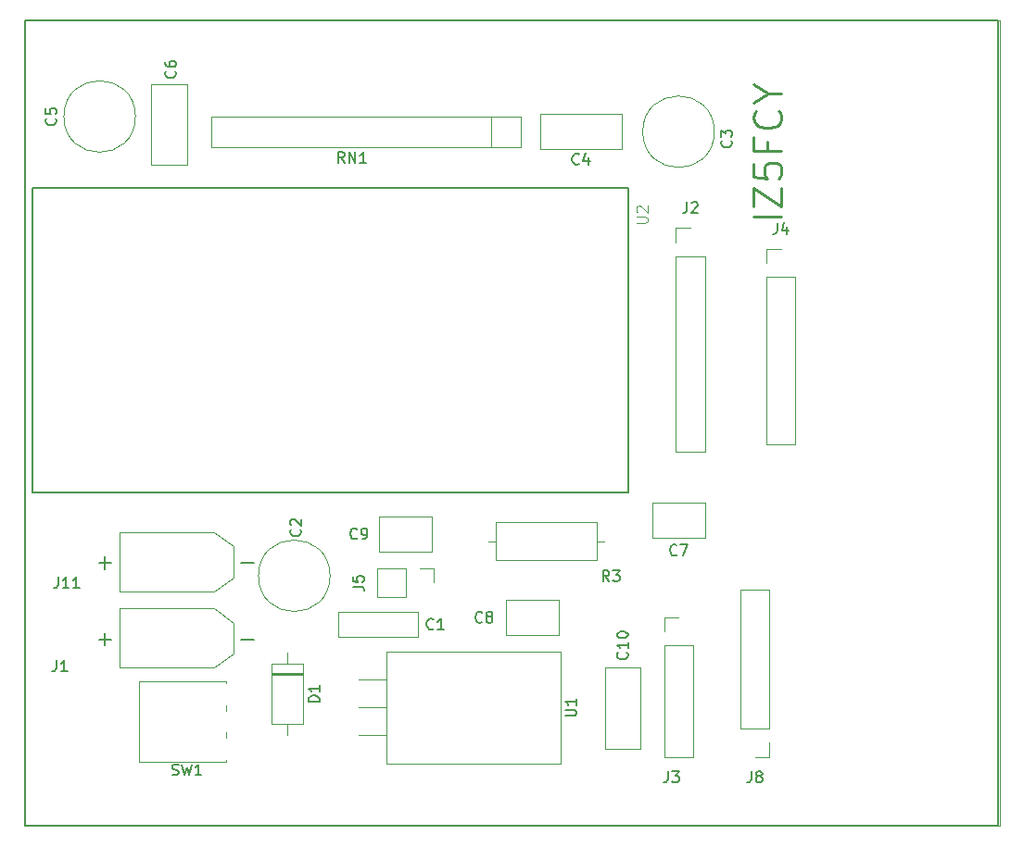
<source format=gbr>
%TF.GenerationSoftware,KiCad,Pcbnew,(6.0.5)*%
%TF.CreationDate,2022-11-22T17:26:58+01:00*%
%TF.ProjectId,VFOsys_FCY_2,56464f73-7973-45f4-9643-595f322e6b69,rev?*%
%TF.SameCoordinates,Original*%
%TF.FileFunction,Legend,Top*%
%TF.FilePolarity,Positive*%
%FSLAX45Y45*%
G04 Gerber Fmt 4.5, Leading zero omitted, Abs format (unit mm)*
G04 Created by KiCad (PCBNEW (6.0.5)) date 2022-11-22 17:26:58*
%MOMM*%
%LPD*%
G01*
G04 APERTURE LIST*
%ADD10C,0.150000*%
%TA.AperFunction,Profile*%
%ADD11C,0.100000*%
%TD*%
%ADD12C,0.254000*%
%ADD13C,0.050000*%
%ADD14C,0.120000*%
%ADD15C,0.127000*%
G04 APERTURE END LIST*
D10*
X19050000Y-13843000D02*
X10160000Y-13843000D01*
X19050000Y-6477000D02*
X19050000Y-13843000D01*
X10160000Y-13843000D02*
X10160000Y-6477000D01*
X10160000Y-6477000D02*
X19050000Y-6477000D01*
D11*
X10160000Y-13843000D02*
X10160000Y-6477000D01*
X19062700Y-6477000D02*
X19062700Y-13843000D01*
X10160000Y-6477000D02*
X19062700Y-6477000D01*
X19062700Y-13843000D02*
X10160000Y-13843000D01*
D12*
X17069405Y-8270119D02*
X16815405Y-8270119D01*
X16815405Y-8173357D02*
X16815405Y-8004024D01*
X17069405Y-8173357D01*
X17069405Y-8004024D01*
X16815405Y-7786309D02*
X16815405Y-7907262D01*
X16936357Y-7919357D01*
X16924262Y-7907262D01*
X16912167Y-7883071D01*
X16912167Y-7822595D01*
X16924262Y-7798405D01*
X16936357Y-7786309D01*
X16960548Y-7774214D01*
X17021024Y-7774214D01*
X17045214Y-7786309D01*
X17057310Y-7798405D01*
X17069405Y-7822595D01*
X17069405Y-7883071D01*
X17057310Y-7907262D01*
X17045214Y-7919357D01*
X16936357Y-7580690D02*
X16936357Y-7665357D01*
X17069405Y-7665357D02*
X16815405Y-7665357D01*
X16815405Y-7544405D01*
X17045214Y-7302500D02*
X17057310Y-7314595D01*
X17069405Y-7350881D01*
X17069405Y-7375071D01*
X17057310Y-7411357D01*
X17033119Y-7435548D01*
X17008929Y-7447643D01*
X16960548Y-7459738D01*
X16924262Y-7459738D01*
X16875881Y-7447643D01*
X16851690Y-7435548D01*
X16827500Y-7411357D01*
X16815405Y-7375071D01*
X16815405Y-7350881D01*
X16827500Y-7314595D01*
X16839595Y-7302500D01*
X16948452Y-7145262D02*
X17069405Y-7145262D01*
X16815405Y-7229928D02*
X16948452Y-7145262D01*
X16815405Y-7060595D01*
D10*
%TO.C,J5*%
X13153238Y-11653833D02*
X13224667Y-11653833D01*
X13238952Y-11658595D01*
X13248476Y-11668119D01*
X13253238Y-11682405D01*
X13253238Y-11691928D01*
X13153238Y-11558595D02*
X13153238Y-11606214D01*
X13200857Y-11610976D01*
X13196095Y-11606214D01*
X13191333Y-11596690D01*
X13191333Y-11572881D01*
X13196095Y-11563357D01*
X13200857Y-11558595D01*
X13210381Y-11553833D01*
X13234190Y-11553833D01*
X13243714Y-11558595D01*
X13248476Y-11563357D01*
X13253238Y-11572881D01*
X13253238Y-11596690D01*
X13248476Y-11606214D01*
X13243714Y-11610976D01*
%TO.C,C10*%
X15656714Y-12256286D02*
X15661476Y-12261048D01*
X15666238Y-12275333D01*
X15666238Y-12284857D01*
X15661476Y-12299143D01*
X15651952Y-12308667D01*
X15642428Y-12313428D01*
X15623381Y-12318190D01*
X15609095Y-12318190D01*
X15590048Y-12313428D01*
X15580524Y-12308667D01*
X15571000Y-12299143D01*
X15566238Y-12284857D01*
X15566238Y-12275333D01*
X15571000Y-12261048D01*
X15575762Y-12256286D01*
X15666238Y-12161048D02*
X15666238Y-12218190D01*
X15666238Y-12189619D02*
X15566238Y-12189619D01*
X15580524Y-12199143D01*
X15590048Y-12208667D01*
X15594809Y-12218190D01*
X15566238Y-12099143D02*
X15566238Y-12089619D01*
X15571000Y-12080095D01*
X15575762Y-12075333D01*
X15585286Y-12070571D01*
X15604333Y-12065809D01*
X15628143Y-12065809D01*
X15647190Y-12070571D01*
X15656714Y-12075333D01*
X15661476Y-12080095D01*
X15666238Y-12089619D01*
X15666238Y-12099143D01*
X15661476Y-12108667D01*
X15656714Y-12113428D01*
X15647190Y-12118190D01*
X15628143Y-12122952D01*
X15604333Y-12122952D01*
X15585286Y-12118190D01*
X15575762Y-12113428D01*
X15571000Y-12108667D01*
X15566238Y-12099143D01*
%TO.C,J3*%
X16032167Y-13343738D02*
X16032167Y-13415167D01*
X16027405Y-13429452D01*
X16017881Y-13438976D01*
X16003595Y-13443738D01*
X15994071Y-13443738D01*
X16070262Y-13343738D02*
X16132167Y-13343738D01*
X16098833Y-13381833D01*
X16113119Y-13381833D01*
X16122643Y-13386595D01*
X16127405Y-13391357D01*
X16132167Y-13400881D01*
X16132167Y-13424690D01*
X16127405Y-13434214D01*
X16122643Y-13438976D01*
X16113119Y-13443738D01*
X16084548Y-13443738D01*
X16075024Y-13438976D01*
X16070262Y-13434214D01*
%TO.C,J11*%
X10460048Y-11565738D02*
X10460048Y-11637167D01*
X10455286Y-11651452D01*
X10445762Y-11660976D01*
X10431476Y-11665738D01*
X10421952Y-11665738D01*
X10560048Y-11665738D02*
X10502905Y-11665738D01*
X10531476Y-11665738D02*
X10531476Y-11565738D01*
X10521952Y-11580024D01*
X10512429Y-11589548D01*
X10502905Y-11594309D01*
X10655286Y-11665738D02*
X10598143Y-11665738D01*
X10626714Y-11665738D02*
X10626714Y-11565738D01*
X10617190Y-11580024D01*
X10607667Y-11589548D01*
X10598143Y-11594309D01*
X12131383Y-11437852D02*
X12245669Y-11437852D01*
X10831383Y-11437852D02*
X10945669Y-11437852D01*
X10888526Y-11494994D02*
X10888526Y-11380709D01*
%TO.C,J8*%
X16794167Y-13343738D02*
X16794167Y-13415167D01*
X16789405Y-13429452D01*
X16779881Y-13438976D01*
X16765595Y-13443738D01*
X16756071Y-13443738D01*
X16856071Y-13386595D02*
X16846548Y-13381833D01*
X16841786Y-13377071D01*
X16837024Y-13367548D01*
X16837024Y-13362786D01*
X16841786Y-13353262D01*
X16846548Y-13348500D01*
X16856071Y-13343738D01*
X16875119Y-13343738D01*
X16884643Y-13348500D01*
X16889405Y-13353262D01*
X16894167Y-13362786D01*
X16894167Y-13367548D01*
X16889405Y-13377071D01*
X16884643Y-13381833D01*
X16875119Y-13386595D01*
X16856071Y-13386595D01*
X16846548Y-13391357D01*
X16841786Y-13396119D01*
X16837024Y-13405643D01*
X16837024Y-13424690D01*
X16841786Y-13434214D01*
X16846548Y-13438976D01*
X16856071Y-13443738D01*
X16875119Y-13443738D01*
X16884643Y-13438976D01*
X16889405Y-13434214D01*
X16894167Y-13424690D01*
X16894167Y-13405643D01*
X16889405Y-13396119D01*
X16884643Y-13391357D01*
X16875119Y-13386595D01*
%TO.C,J1*%
X10444167Y-12327738D02*
X10444167Y-12399167D01*
X10439405Y-12413452D01*
X10429881Y-12422976D01*
X10415595Y-12427738D01*
X10406071Y-12427738D01*
X10544167Y-12427738D02*
X10487024Y-12427738D01*
X10515595Y-12427738D02*
X10515595Y-12327738D01*
X10506071Y-12342024D01*
X10496548Y-12351548D01*
X10487024Y-12356309D01*
X12131383Y-12136352D02*
X12245669Y-12136352D01*
X10831383Y-12136352D02*
X10945669Y-12136352D01*
X10888526Y-12193494D02*
X10888526Y-12079209D01*
%TO.C,U1*%
X15095264Y-12836828D02*
X15176216Y-12836828D01*
X15185740Y-12832066D01*
X15190502Y-12827304D01*
X15195264Y-12817780D01*
X15195264Y-12798733D01*
X15190502Y-12789209D01*
X15185740Y-12784447D01*
X15176216Y-12779685D01*
X15095264Y-12779685D01*
X15195264Y-12679685D02*
X15195264Y-12736828D01*
X15195264Y-12708256D02*
X15095264Y-12708256D01*
X15109550Y-12717780D01*
X15119074Y-12727304D01*
X15123836Y-12736828D01*
%TO.C,J4*%
X17029693Y-8327238D02*
X17029693Y-8398667D01*
X17024931Y-8412952D01*
X17015408Y-8422476D01*
X17001122Y-8427238D01*
X16991598Y-8427238D01*
X17120169Y-8360571D02*
X17120169Y-8427238D01*
X17096360Y-8322476D02*
X17072550Y-8393905D01*
X17134455Y-8393905D01*
%TO.C,SW1*%
X11502691Y-13373113D02*
X11516977Y-13377875D01*
X11540787Y-13377875D01*
X11550310Y-13373113D01*
X11555072Y-13368352D01*
X11559834Y-13358828D01*
X11559834Y-13349304D01*
X11555072Y-13339780D01*
X11550310Y-13335018D01*
X11540787Y-13330256D01*
X11521739Y-13325494D01*
X11512215Y-13320733D01*
X11507453Y-13315971D01*
X11502691Y-13306447D01*
X11502691Y-13296923D01*
X11507453Y-13287399D01*
X11512215Y-13282637D01*
X11521739Y-13277875D01*
X11545549Y-13277875D01*
X11559834Y-13282637D01*
X11593168Y-13277875D02*
X11616977Y-13377875D01*
X11636025Y-13306447D01*
X11655072Y-13377875D01*
X11678882Y-13277875D01*
X11769358Y-13377875D02*
X11712215Y-13377875D01*
X11740787Y-13377875D02*
X11740787Y-13277875D01*
X11731263Y-13292161D01*
X11721739Y-13301685D01*
X11712215Y-13306447D01*
%TO.C,D1*%
X12846765Y-12707447D02*
X12746765Y-12707447D01*
X12746765Y-12683637D01*
X12751527Y-12669352D01*
X12761050Y-12659828D01*
X12770574Y-12655066D01*
X12789622Y-12650304D01*
X12803907Y-12650304D01*
X12822955Y-12655066D01*
X12832479Y-12659828D01*
X12842003Y-12669352D01*
X12846765Y-12683637D01*
X12846765Y-12707447D01*
X12846765Y-12555066D02*
X12846765Y-12612209D01*
X12846765Y-12583637D02*
X12746765Y-12583637D01*
X12761050Y-12593161D01*
X12770574Y-12602685D01*
X12775336Y-12612209D01*
%TO.C,C8*%
X14334333Y-11973714D02*
X14329571Y-11978476D01*
X14315286Y-11983238D01*
X14305762Y-11983238D01*
X14291476Y-11978476D01*
X14281952Y-11968952D01*
X14277190Y-11959428D01*
X14272428Y-11940381D01*
X14272428Y-11926095D01*
X14277190Y-11907048D01*
X14281952Y-11897524D01*
X14291476Y-11888000D01*
X14305762Y-11883238D01*
X14315286Y-11883238D01*
X14329571Y-11888000D01*
X14334333Y-11892762D01*
X14391476Y-11926095D02*
X14381952Y-11921333D01*
X14377190Y-11916571D01*
X14372428Y-11907048D01*
X14372428Y-11902286D01*
X14377190Y-11892762D01*
X14381952Y-11888000D01*
X14391476Y-11883238D01*
X14410524Y-11883238D01*
X14420048Y-11888000D01*
X14424809Y-11892762D01*
X14429571Y-11902286D01*
X14429571Y-11907048D01*
X14424809Y-11916571D01*
X14420048Y-11921333D01*
X14410524Y-11926095D01*
X14391476Y-11926095D01*
X14381952Y-11930857D01*
X14377190Y-11935619D01*
X14372428Y-11945143D01*
X14372428Y-11964190D01*
X14377190Y-11973714D01*
X14381952Y-11978476D01*
X14391476Y-11983238D01*
X14410524Y-11983238D01*
X14420048Y-11978476D01*
X14424809Y-11973714D01*
X14429571Y-11964190D01*
X14429571Y-11945143D01*
X14424809Y-11935619D01*
X14420048Y-11930857D01*
X14410524Y-11926095D01*
%TO.C,C2*%
X12672214Y-11129167D02*
X12676976Y-11133929D01*
X12681738Y-11148214D01*
X12681738Y-11157738D01*
X12676976Y-11172024D01*
X12667452Y-11181548D01*
X12657928Y-11186309D01*
X12638881Y-11191071D01*
X12624595Y-11191071D01*
X12605548Y-11186309D01*
X12596024Y-11181548D01*
X12586500Y-11172024D01*
X12581738Y-11157738D01*
X12581738Y-11148214D01*
X12586500Y-11133929D01*
X12591262Y-11129167D01*
X12591262Y-11091071D02*
X12586500Y-11086310D01*
X12581738Y-11076786D01*
X12581738Y-11052976D01*
X12586500Y-11043452D01*
X12591262Y-11038690D01*
X12600786Y-11033929D01*
X12610309Y-11033929D01*
X12624595Y-11038690D01*
X12681738Y-11095833D01*
X12681738Y-11033929D01*
%TO.C,C3*%
X16609214Y-7573167D02*
X16613976Y-7577928D01*
X16618738Y-7592214D01*
X16618738Y-7601738D01*
X16613976Y-7616024D01*
X16604452Y-7625548D01*
X16594928Y-7630309D01*
X16575881Y-7635071D01*
X16561595Y-7635071D01*
X16542548Y-7630309D01*
X16533024Y-7625548D01*
X16523500Y-7616024D01*
X16518738Y-7601738D01*
X16518738Y-7592214D01*
X16523500Y-7577928D01*
X16528262Y-7573167D01*
X16518738Y-7539833D02*
X16518738Y-7477928D01*
X16556833Y-7511262D01*
X16556833Y-7496976D01*
X16561595Y-7487452D01*
X16566357Y-7482690D01*
X16575881Y-7477928D01*
X16599690Y-7477928D01*
X16609214Y-7482690D01*
X16613976Y-7487452D01*
X16618738Y-7496976D01*
X16618738Y-7525548D01*
X16613976Y-7535071D01*
X16609214Y-7539833D01*
%TO.C,C5*%
X10435741Y-7370069D02*
X10440503Y-7374831D01*
X10445265Y-7389117D01*
X10445265Y-7398641D01*
X10440503Y-7412926D01*
X10430979Y-7422450D01*
X10421455Y-7427212D01*
X10402408Y-7431974D01*
X10388122Y-7431974D01*
X10369074Y-7427212D01*
X10359550Y-7422450D01*
X10350027Y-7412926D01*
X10345265Y-7398641D01*
X10345265Y-7389117D01*
X10350027Y-7374831D01*
X10354789Y-7370069D01*
X10345265Y-7279593D02*
X10345265Y-7327212D01*
X10392884Y-7331974D01*
X10388122Y-7327212D01*
X10383360Y-7317688D01*
X10383360Y-7293879D01*
X10388122Y-7284355D01*
X10392884Y-7279593D01*
X10402408Y-7274831D01*
X10426217Y-7274831D01*
X10435741Y-7279593D01*
X10440503Y-7284355D01*
X10445265Y-7293879D01*
X10445265Y-7317688D01*
X10440503Y-7327212D01*
X10435741Y-7331974D01*
%TO.C,RN1*%
X13075452Y-7778238D02*
X13042119Y-7730619D01*
X13018309Y-7778238D02*
X13018309Y-7678238D01*
X13056405Y-7678238D01*
X13065928Y-7683000D01*
X13070690Y-7687762D01*
X13075452Y-7697286D01*
X13075452Y-7711571D01*
X13070690Y-7721095D01*
X13065928Y-7725857D01*
X13056405Y-7730619D01*
X13018309Y-7730619D01*
X13118309Y-7778238D02*
X13118309Y-7678238D01*
X13175452Y-7778238D01*
X13175452Y-7678238D01*
X13275452Y-7778238D02*
X13218309Y-7778238D01*
X13246881Y-7778238D02*
X13246881Y-7678238D01*
X13237357Y-7692524D01*
X13227833Y-7702048D01*
X13218309Y-7706809D01*
%TO.C,C1*%
X13889833Y-12037214D02*
X13885071Y-12041976D01*
X13870786Y-12046738D01*
X13861262Y-12046738D01*
X13846976Y-12041976D01*
X13837452Y-12032452D01*
X13832690Y-12022928D01*
X13827928Y-12003881D01*
X13827928Y-11989595D01*
X13832690Y-11970548D01*
X13837452Y-11961024D01*
X13846976Y-11951500D01*
X13861262Y-11946738D01*
X13870786Y-11946738D01*
X13885071Y-11951500D01*
X13889833Y-11956262D01*
X13985071Y-12046738D02*
X13927928Y-12046738D01*
X13956500Y-12046738D02*
X13956500Y-11946738D01*
X13946976Y-11961024D01*
X13937452Y-11970548D01*
X13927928Y-11975309D01*
%TO.C,C9*%
X13191333Y-11208852D02*
X13186571Y-11213613D01*
X13172286Y-11218375D01*
X13162762Y-11218375D01*
X13148476Y-11213613D01*
X13138952Y-11204090D01*
X13134190Y-11194566D01*
X13129428Y-11175518D01*
X13129428Y-11161233D01*
X13134190Y-11142185D01*
X13138952Y-11132661D01*
X13148476Y-11123137D01*
X13162762Y-11118375D01*
X13172286Y-11118375D01*
X13186571Y-11123137D01*
X13191333Y-11127899D01*
X13238952Y-11218375D02*
X13258000Y-11218375D01*
X13267524Y-11213613D01*
X13272286Y-11208852D01*
X13281809Y-11194566D01*
X13286571Y-11175518D01*
X13286571Y-11137423D01*
X13281809Y-11127899D01*
X13277048Y-11123137D01*
X13267524Y-11118375D01*
X13248476Y-11118375D01*
X13238952Y-11123137D01*
X13234190Y-11127899D01*
X13229428Y-11137423D01*
X13229428Y-11161233D01*
X13234190Y-11170756D01*
X13238952Y-11175518D01*
X13248476Y-11180280D01*
X13267524Y-11180280D01*
X13277048Y-11175518D01*
X13281809Y-11170756D01*
X13286571Y-11161233D01*
%TO.C,C7*%
X16112334Y-11359714D02*
X16107572Y-11364476D01*
X16093287Y-11369238D01*
X16083763Y-11369238D01*
X16069477Y-11364476D01*
X16059953Y-11354952D01*
X16055191Y-11345428D01*
X16050429Y-11326381D01*
X16050429Y-11312095D01*
X16055191Y-11293048D01*
X16059953Y-11283524D01*
X16069477Y-11274000D01*
X16083763Y-11269238D01*
X16093287Y-11269238D01*
X16107572Y-11274000D01*
X16112334Y-11278762D01*
X16145668Y-11269238D02*
X16212334Y-11269238D01*
X16169477Y-11369238D01*
%TO.C,R3*%
X15495807Y-11605101D02*
X15462473Y-11557482D01*
X15438664Y-11605101D02*
X15438664Y-11505101D01*
X15476759Y-11505101D01*
X15486283Y-11509863D01*
X15491045Y-11514624D01*
X15495807Y-11524148D01*
X15495807Y-11538434D01*
X15491045Y-11547958D01*
X15486283Y-11552720D01*
X15476759Y-11557482D01*
X15438664Y-11557482D01*
X15529140Y-11505101D02*
X15591045Y-11505101D01*
X15557711Y-11543196D01*
X15571997Y-11543196D01*
X15581521Y-11547958D01*
X15586283Y-11552720D01*
X15591045Y-11562243D01*
X15591045Y-11586053D01*
X15586283Y-11595577D01*
X15581521Y-11600339D01*
X15571997Y-11605101D01*
X15543426Y-11605101D01*
X15533902Y-11600339D01*
X15529140Y-11595577D01*
%TO.C,C6*%
X11529214Y-6938167D02*
X11533976Y-6942928D01*
X11538738Y-6957214D01*
X11538738Y-6966738D01*
X11533976Y-6981024D01*
X11524452Y-6990548D01*
X11514928Y-6995309D01*
X11495881Y-7000071D01*
X11481595Y-7000071D01*
X11462548Y-6995309D01*
X11453024Y-6990548D01*
X11443500Y-6981024D01*
X11438738Y-6966738D01*
X11438738Y-6957214D01*
X11443500Y-6942928D01*
X11448262Y-6938167D01*
X11438738Y-6852452D02*
X11438738Y-6871500D01*
X11443500Y-6881024D01*
X11448262Y-6885786D01*
X11462548Y-6895309D01*
X11481595Y-6900071D01*
X11519690Y-6900071D01*
X11529214Y-6895309D01*
X11533976Y-6890548D01*
X11538738Y-6881024D01*
X11538738Y-6861976D01*
X11533976Y-6852452D01*
X11529214Y-6847690D01*
X11519690Y-6842928D01*
X11495881Y-6842928D01*
X11486357Y-6847690D01*
X11481595Y-6852452D01*
X11476833Y-6861976D01*
X11476833Y-6881024D01*
X11481595Y-6890548D01*
X11486357Y-6895309D01*
X11495881Y-6900071D01*
D13*
%TO.C,U2*%
X15743817Y-8327780D02*
X15824801Y-8327780D01*
X15834328Y-8323016D01*
X15839092Y-8318253D01*
X15843856Y-8308725D01*
X15843856Y-8289670D01*
X15839092Y-8280142D01*
X15834328Y-8275379D01*
X15824801Y-8270615D01*
X15743817Y-8270615D01*
X15753344Y-8227741D02*
X15748580Y-8222977D01*
X15743817Y-8213450D01*
X15743817Y-8189631D01*
X15748580Y-8180103D01*
X15753344Y-8175340D01*
X15762872Y-8170576D01*
X15772399Y-8170576D01*
X15786690Y-8175340D01*
X15843856Y-8232505D01*
X15843856Y-8170576D01*
D10*
%TO.C,J2*%
X16204193Y-8136738D02*
X16204193Y-8208167D01*
X16199431Y-8222452D01*
X16189907Y-8231976D01*
X16175622Y-8236738D01*
X16166098Y-8236738D01*
X16247050Y-8146262D02*
X16251812Y-8141500D01*
X16261336Y-8136738D01*
X16285146Y-8136738D01*
X16294669Y-8141500D01*
X16299431Y-8146262D01*
X16304193Y-8155786D01*
X16304193Y-8165309D01*
X16299431Y-8179595D01*
X16242288Y-8236738D01*
X16304193Y-8236738D01*
%TO.C,C4*%
X15219333Y-7782714D02*
X15214571Y-7787476D01*
X15200285Y-7792238D01*
X15190761Y-7792238D01*
X15176476Y-7787476D01*
X15166952Y-7777952D01*
X15162190Y-7768428D01*
X15157428Y-7749381D01*
X15157428Y-7735095D01*
X15162190Y-7716048D01*
X15166952Y-7706524D01*
X15176476Y-7697000D01*
X15190761Y-7692238D01*
X15200285Y-7692238D01*
X15214571Y-7697000D01*
X15219333Y-7701762D01*
X15305047Y-7725571D02*
X15305047Y-7792238D01*
X15281237Y-7687476D02*
X15257428Y-7758905D01*
X15319333Y-7758905D01*
D14*
%TO.C,J5*%
X13374524Y-11484637D02*
X13374524Y-11750637D01*
X13634524Y-11750637D02*
X13374524Y-11750637D01*
X13634524Y-11484637D02*
X13374524Y-11484637D01*
X13761524Y-11484637D02*
X13894524Y-11484637D01*
X13634524Y-11484637D02*
X13634524Y-11750637D01*
X13894524Y-11484637D02*
X13894524Y-11617637D01*
%TO.C,C10*%
X15459000Y-12395500D02*
X15783000Y-12395500D01*
X15459000Y-13139500D02*
X15459000Y-12395500D01*
X15459000Y-13139500D02*
X15783000Y-13139500D01*
X15783000Y-13139500D02*
X15783000Y-12395500D01*
%TO.C,J3*%
X15996000Y-11932500D02*
X16129000Y-11932500D01*
X15996000Y-12192500D02*
X16262000Y-12192500D01*
X15996000Y-12065500D02*
X15996000Y-11932500D01*
X15996000Y-12192500D02*
X15996000Y-13214500D01*
X15996000Y-13214500D02*
X16262000Y-13214500D01*
X16262000Y-12192500D02*
X16262000Y-13214500D01*
%TO.C,J11*%
X11889526Y-11156137D02*
X11017526Y-11156137D01*
X11017526Y-11698137D02*
X11017526Y-11156137D01*
X11889526Y-11698137D02*
X11017526Y-11698137D01*
X12059526Y-11286137D02*
X11889526Y-11156137D01*
X12059526Y-11568137D02*
X12059526Y-11286137D01*
X12059526Y-11568137D02*
X11889526Y-11698137D01*
%TO.C,J8*%
X16960500Y-12954000D02*
X16694500Y-12954000D01*
X16960500Y-13081000D02*
X16960500Y-13214000D01*
X16960500Y-11678000D02*
X16694500Y-11678000D01*
X16960500Y-12954000D02*
X16960500Y-11678000D01*
X16694500Y-12954000D02*
X16694500Y-11678000D01*
X16960500Y-13214000D02*
X16827500Y-13214000D01*
%TO.C,J1*%
X11017526Y-12396637D02*
X11017526Y-11854637D01*
X12059526Y-11984637D02*
X11889526Y-11854637D01*
X12059526Y-12266637D02*
X11889526Y-12396637D01*
X11889526Y-11854637D02*
X11017526Y-11854637D01*
X11889526Y-12396637D02*
X11017526Y-12396637D01*
X12059526Y-12266637D02*
X12059526Y-11984637D01*
%TO.C,U1*%
X15050026Y-13272637D02*
X13461026Y-13272637D01*
X13461026Y-12760637D02*
X13207026Y-12760637D01*
X13461026Y-12506637D02*
X13207026Y-12506637D01*
X13461026Y-13014637D02*
X13207026Y-13014637D01*
X15050026Y-12248637D02*
X15050026Y-13272637D01*
X13461026Y-12248637D02*
X13461026Y-13272637D01*
X15050026Y-12248637D02*
X13461026Y-12248637D01*
%TO.C,J4*%
X16930027Y-8823637D02*
X17196027Y-8823637D01*
X16930027Y-8563637D02*
X17063027Y-8563637D01*
X16930027Y-8696637D02*
X16930027Y-8563637D01*
X16930027Y-8823637D02*
X16930027Y-10353637D01*
X17196027Y-8823637D02*
X17196027Y-10353637D01*
X16930027Y-10353637D02*
X17196027Y-10353637D01*
%TO.C,SW1*%
X11996025Y-12522637D02*
X11201025Y-12522637D01*
X11996025Y-12737637D02*
X11996025Y-12787637D01*
X11996025Y-12987637D02*
X11996025Y-13037637D01*
X11201025Y-12522637D02*
X11201025Y-13252637D01*
X11996025Y-12522637D02*
X11996025Y-12537637D01*
X11996025Y-13252637D02*
X11996025Y-13237637D01*
X11201025Y-13252637D02*
X11996025Y-13252637D01*
%TO.C,D1*%
X12554527Y-12259637D02*
X12554527Y-12361637D01*
X12701527Y-12439637D02*
X12407527Y-12439637D01*
X12701527Y-12905637D02*
X12701527Y-12361637D01*
X12554527Y-13007637D02*
X12554527Y-12905637D01*
X12701527Y-12361637D02*
X12407527Y-12361637D01*
X12701527Y-12451637D02*
X12407527Y-12451637D01*
X12407527Y-12361637D02*
X12407527Y-12905637D01*
X12407527Y-12905637D02*
X12701527Y-12905637D01*
X12701527Y-12463637D02*
X12407527Y-12463637D01*
%TO.C,C8*%
X14553499Y-12097137D02*
X15037499Y-12097137D01*
X15037499Y-11773137D02*
X15037499Y-12097137D01*
X14553499Y-11773137D02*
X15037499Y-11773137D01*
X14553499Y-11773137D02*
X14553499Y-12097137D01*
%TO.C,C2*%
X12945027Y-11554138D02*
G75*
G03*
X12945027Y-11554138I-327000J0D01*
G01*
%TO.C,C3*%
X16456000Y-7493000D02*
G75*
G03*
X16456000Y-7493000I-327000J0D01*
G01*
%TO.C,C5*%
X11167027Y-7353403D02*
G75*
G03*
X11167027Y-7353403I-327000J0D01*
G01*
%TO.C,RN1*%
X11857500Y-7353000D02*
X11857500Y-7633000D01*
X14685500Y-7633000D02*
X14685500Y-7353000D01*
X14685500Y-7353000D02*
X11857500Y-7353000D01*
X11857500Y-7633000D02*
X14685500Y-7633000D01*
X14414500Y-7633000D02*
X14414500Y-7353000D01*
%TO.C,C1*%
X13746025Y-11886637D02*
X13746025Y-12110637D01*
X13022025Y-11886637D02*
X13746025Y-11886637D01*
X13022025Y-12110637D02*
X13746025Y-12110637D01*
X13022025Y-11886637D02*
X13022025Y-12110637D01*
%TO.C,C9*%
X13390027Y-11011137D02*
X13874027Y-11011137D01*
X13390027Y-11011137D02*
X13390027Y-11335137D01*
X13390027Y-11335137D02*
X13874027Y-11335137D01*
X13874027Y-11011137D02*
X13874027Y-11335137D01*
%TO.C,C7*%
X16371001Y-11211000D02*
X15887001Y-11211000D01*
X16371001Y-10887000D02*
X15887001Y-10887000D01*
X16371001Y-11211000D02*
X16371001Y-10887000D01*
X15887001Y-11211000D02*
X15887001Y-10887000D01*
%TO.C,R3*%
X14460500Y-11067500D02*
X14460500Y-11411500D01*
X14391500Y-11239500D02*
X14460500Y-11239500D01*
X14460500Y-11411500D02*
X15384500Y-11411500D01*
X15384500Y-11067500D02*
X14460500Y-11067500D01*
X15453500Y-11239500D02*
X15384500Y-11239500D01*
X15384500Y-11411500D02*
X15384500Y-11067500D01*
%TO.C,C6*%
X11313027Y-7054639D02*
X11637027Y-7054639D01*
X11313027Y-7798639D02*
X11313027Y-7054639D01*
X11313027Y-7798639D02*
X11637027Y-7798639D01*
X11637027Y-7798639D02*
X11637027Y-7054639D01*
D15*
%TO.C,U2*%
X10229000Y-8003000D02*
X15669000Y-8003000D01*
X10229000Y-10793000D02*
X10229000Y-8003000D01*
X15669000Y-10793000D02*
X10229000Y-10793000D01*
X15669000Y-8003000D02*
X15669000Y-10793000D01*
D14*
%TO.C,J2*%
X16104527Y-8634639D02*
X16370527Y-8634639D01*
X16370527Y-8634639D02*
X16370527Y-10418639D01*
X16104527Y-10418639D02*
X16370527Y-10418639D01*
X16104527Y-8634639D02*
X16104527Y-10418639D01*
X16104527Y-8507639D02*
X16104527Y-8374639D01*
X16104527Y-8374639D02*
X16237527Y-8374639D01*
%TO.C,C4*%
X15608000Y-7331000D02*
X15608000Y-7655000D01*
X14864000Y-7331000D02*
X15608000Y-7331000D01*
X14864000Y-7655000D02*
X15608000Y-7655000D01*
X14864000Y-7331000D02*
X14864000Y-7655000D01*
%TD*%
M02*

</source>
